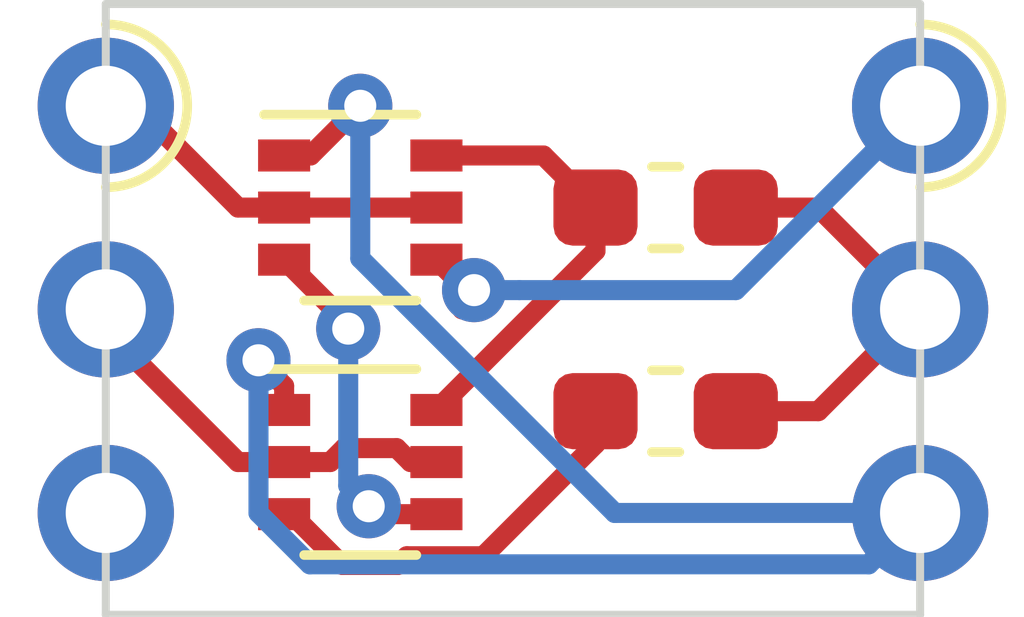
<source format=kicad_pcb>
(kicad_pcb (version 20171130) (host pcbnew 5.1.6)

  (general
    (thickness 1.6)
    (drawings 4)
    (tracks 57)
    (zones 0)
    (modules 6)
    (nets 10)
  )

  (page A4)
  (layers
    (0 F.Cu signal)
    (31 B.Cu signal)
    (32 B.Adhes user)
    (33 F.Adhes user)
    (34 B.Paste user)
    (35 F.Paste user)
    (36 B.SilkS user)
    (37 F.SilkS user)
    (38 B.Mask user)
    (39 F.Mask user)
    (40 Dwgs.User user)
    (41 Cmts.User user)
    (42 Eco1.User user)
    (43 Eco2.User user)
    (44 Edge.Cuts user)
    (45 Margin user)
    (46 B.CrtYd user)
    (47 F.CrtYd user)
    (48 B.Fab user)
    (49 F.Fab user hide)
  )

  (setup
    (last_trace_width 0.25)
    (user_trace_width 0.3)
    (trace_clearance 0.2)
    (zone_clearance 0.508)
    (zone_45_only no)
    (trace_min 0.2)
    (via_size 0.8)
    (via_drill 0.4)
    (via_min_size 0.4)
    (via_min_drill 0.3)
    (uvia_size 0.3)
    (uvia_drill 0.1)
    (uvias_allowed no)
    (uvia_min_size 0.2)
    (uvia_min_drill 0.1)
    (edge_width 0.05)
    (segment_width 0.2)
    (pcb_text_width 0.3)
    (pcb_text_size 1.5 1.5)
    (mod_edge_width 0.12)
    (mod_text_size 1 1)
    (mod_text_width 0.15)
    (pad_size 1.524 1.524)
    (pad_drill 0.762)
    (pad_to_mask_clearance 0.05)
    (aux_axis_origin 0 0)
    (visible_elements FFFFFF7F)
    (pcbplotparams
      (layerselection 0x010fc_ffffffff)
      (usegerberextensions false)
      (usegerberattributes true)
      (usegerberadvancedattributes true)
      (creategerberjobfile true)
      (excludeedgelayer true)
      (linewidth 0.100000)
      (plotframeref false)
      (viasonmask false)
      (mode 1)
      (useauxorigin false)
      (hpglpennumber 1)
      (hpglpenspeed 20)
      (hpglpendiameter 15.000000)
      (psnegative false)
      (psa4output false)
      (plotreference true)
      (plotvalue true)
      (plotinvisibletext false)
      (padsonsilk false)
      (subtractmaskfromsilk false)
      (outputformat 1)
      (mirror false)
      (drillshape 0)
      (scaleselection 1)
      (outputdirectory ""))
  )

  (net 0 "")
  (net 1 Vss)
  (net 2 Out)
  (net 3 B)
  (net 4 Vdd)
  (net 5 A)
  (net 6 "Net-(Q1-Pad3)")
  (net 7 "Net-(J1-Pad3)")
  (net 8 "Net-(Q1-Pad6)")
  (net 9 "Net-(Q2-Pad3)")

  (net_class Default "This is the default net class."
    (clearance 0.2)
    (trace_width 0.25)
    (via_dia 0.8)
    (via_drill 0.4)
    (uvia_dia 0.3)
    (uvia_drill 0.1)
    (add_net A)
    (add_net B)
    (add_net "Net-(J1-Pad3)")
    (add_net "Net-(Q1-Pad3)")
    (add_net "Net-(Q1-Pad6)")
    (add_net "Net-(Q2-Pad3)")
    (add_net Out)
    (add_net Vdd)
    (add_net Vss)
  )

  (module Resistor_SMD:R_0603_1608Metric_Pad1.05x0.95mm_HandSolder (layer F.Cu) (tedit 5B301BBD) (tstamp 5FF69AE2)
    (at 112.395 59.69 180)
    (descr "Resistor SMD 0603 (1608 Metric), square (rectangular) end terminal, IPC_7351 nominal with elongated pad for handsoldering. (Body size source: http://www.tortai-tech.com/upload/download/2011102023233369053.pdf), generated with kicad-footprint-generator")
    (tags "resistor handsolder")
    (path /5FF7AE9E)
    (attr smd)
    (fp_text reference R2 (at 0 -1.43) (layer F.SilkS) hide
      (effects (font (size 1 1) (thickness 0.15)))
    )
    (fp_text value 12k (at 0 1.43) (layer F.Fab)
      (effects (font (size 1 1) (thickness 0.15)))
    )
    (fp_line (start 1.65 0.73) (end -1.65 0.73) (layer F.CrtYd) (width 0.05))
    (fp_line (start 1.65 -0.73) (end 1.65 0.73) (layer F.CrtYd) (width 0.05))
    (fp_line (start -1.65 -0.73) (end 1.65 -0.73) (layer F.CrtYd) (width 0.05))
    (fp_line (start -1.65 0.73) (end -1.65 -0.73) (layer F.CrtYd) (width 0.05))
    (fp_line (start -0.171267 0.51) (end 0.171267 0.51) (layer F.SilkS) (width 0.12))
    (fp_line (start -0.171267 -0.51) (end 0.171267 -0.51) (layer F.SilkS) (width 0.12))
    (fp_line (start 0.8 0.4) (end -0.8 0.4) (layer F.Fab) (width 0.1))
    (fp_line (start 0.8 -0.4) (end 0.8 0.4) (layer F.Fab) (width 0.1))
    (fp_line (start -0.8 -0.4) (end 0.8 -0.4) (layer F.Fab) (width 0.1))
    (fp_line (start -0.8 0.4) (end -0.8 -0.4) (layer F.Fab) (width 0.1))
    (fp_text user %R (at 0 0) (layer F.Fab)
      (effects (font (size 0.4 0.4) (thickness 0.06)))
    )
    (pad 1 smd roundrect (at -0.875 0 180) (size 1.05 0.95) (layers F.Cu F.Paste F.Mask) (roundrect_rratio 0.25)
      (net 2 Out))
    (pad 2 smd roundrect (at 0.875 0 180) (size 1.05 0.95) (layers F.Cu F.Paste F.Mask) (roundrect_rratio 0.25)
      (net 8 "Net-(Q1-Pad6)"))
    (model ${KISYS3DMOD}/Resistor_SMD.3dshapes/R_0603_1608Metric.wrl
      (at (xyz 0 0 0))
      (scale (xyz 1 1 1))
      (rotate (xyz 0 0 0))
    )
  )

  (module Resistor_SMD:R_0603_1608Metric_Pad1.05x0.95mm_HandSolder (layer F.Cu) (tedit 5B301BBD) (tstamp 5FF69AD1)
    (at 112.395 62.23)
    (descr "Resistor SMD 0603 (1608 Metric), square (rectangular) end terminal, IPC_7351 nominal with elongated pad for handsoldering. (Body size source: http://www.tortai-tech.com/upload/download/2011102023233369053.pdf), generated with kicad-footprint-generator")
    (tags "resistor handsolder")
    (path /5FF7A92C)
    (attr smd)
    (fp_text reference R1 (at 0 -1.43) (layer F.SilkS) hide
      (effects (font (size 1 1) (thickness 0.15)))
    )
    (fp_text value 12k (at 0 1.43) (layer F.Fab)
      (effects (font (size 1 1) (thickness 0.15)))
    )
    (fp_line (start 1.65 0.73) (end -1.65 0.73) (layer F.CrtYd) (width 0.05))
    (fp_line (start 1.65 -0.73) (end 1.65 0.73) (layer F.CrtYd) (width 0.05))
    (fp_line (start -1.65 -0.73) (end 1.65 -0.73) (layer F.CrtYd) (width 0.05))
    (fp_line (start -1.65 0.73) (end -1.65 -0.73) (layer F.CrtYd) (width 0.05))
    (fp_line (start -0.171267 0.51) (end 0.171267 0.51) (layer F.SilkS) (width 0.12))
    (fp_line (start -0.171267 -0.51) (end 0.171267 -0.51) (layer F.SilkS) (width 0.12))
    (fp_line (start 0.8 0.4) (end -0.8 0.4) (layer F.Fab) (width 0.1))
    (fp_line (start 0.8 -0.4) (end 0.8 0.4) (layer F.Fab) (width 0.1))
    (fp_line (start -0.8 -0.4) (end 0.8 -0.4) (layer F.Fab) (width 0.1))
    (fp_line (start -0.8 0.4) (end -0.8 -0.4) (layer F.Fab) (width 0.1))
    (fp_text user %R (at 0 0) (layer F.Fab)
      (effects (font (size 0.4 0.4) (thickness 0.06)))
    )
    (pad 1 smd roundrect (at -0.875 0) (size 1.05 0.95) (layers F.Cu F.Paste F.Mask) (roundrect_rratio 0.25)
      (net 9 "Net-(Q2-Pad3)"))
    (pad 2 smd roundrect (at 0.875 0) (size 1.05 0.95) (layers F.Cu F.Paste F.Mask) (roundrect_rratio 0.25)
      (net 2 Out))
    (model ${KISYS3DMOD}/Resistor_SMD.3dshapes/R_0603_1608Metric.wrl
      (at (xyz 0 0 0))
      (scale (xyz 1 1 1))
      (rotate (xyz 0 0 0))
    )
  )

  (module Package_TO_SOT_SMD:SOT-363_SC-70-6 (layer F.Cu) (tedit 5A02FF57) (tstamp 5FF69AC0)
    (at 108.585 62.865)
    (descr "SOT-363, SC-70-6")
    (tags "SOT-363 SC-70-6")
    (path /5FF702D6)
    (attr smd)
    (fp_text reference Q2 (at 0 -2) (layer F.SilkS) hide
      (effects (font (size 1 1) (thickness 0.15)))
    )
    (fp_text value BSS8402DW (at 0 2 180) (layer F.Fab)
      (effects (font (size 1 1) (thickness 0.15)))
    )
    (fp_line (start -0.175 -1.1) (end -0.675 -0.6) (layer F.Fab) (width 0.1))
    (fp_line (start 0.675 1.1) (end -0.675 1.1) (layer F.Fab) (width 0.1))
    (fp_line (start 0.675 -1.1) (end 0.675 1.1) (layer F.Fab) (width 0.1))
    (fp_line (start -1.6 1.4) (end 1.6 1.4) (layer F.CrtYd) (width 0.05))
    (fp_line (start -0.675 -0.6) (end -0.675 1.1) (layer F.Fab) (width 0.1))
    (fp_line (start 0.675 -1.1) (end -0.175 -1.1) (layer F.Fab) (width 0.1))
    (fp_line (start -1.6 -1.4) (end 1.6 -1.4) (layer F.CrtYd) (width 0.05))
    (fp_line (start -1.6 -1.4) (end -1.6 1.4) (layer F.CrtYd) (width 0.05))
    (fp_line (start 1.6 1.4) (end 1.6 -1.4) (layer F.CrtYd) (width 0.05))
    (fp_line (start -0.7 1.16) (end 0.7 1.16) (layer F.SilkS) (width 0.12))
    (fp_line (start 0.7 -1.16) (end -1.2 -1.16) (layer F.SilkS) (width 0.12))
    (fp_text user %R (at 0 0 90) (layer F.Fab)
      (effects (font (size 0.5 0.5) (thickness 0.075)))
    )
    (pad 1 smd rect (at -0.95 -0.65) (size 0.65 0.4) (layers F.Cu F.Paste F.Mask)
      (net 1 Vss))
    (pad 3 smd rect (at -0.95 0.65) (size 0.65 0.4) (layers F.Cu F.Paste F.Mask)
      (net 9 "Net-(Q2-Pad3)"))
    (pad 5 smd rect (at 0.95 0) (size 0.65 0.4) (layers F.Cu F.Paste F.Mask)
      (net 3 B))
    (pad 2 smd rect (at -0.95 0) (size 0.65 0.4) (layers F.Cu F.Paste F.Mask)
      (net 3 B))
    (pad 4 smd rect (at 0.95 0.65) (size 0.65 0.4) (layers F.Cu F.Paste F.Mask)
      (net 6 "Net-(Q1-Pad3)"))
    (pad 6 smd rect (at 0.95 -0.65) (size 0.65 0.4) (layers F.Cu F.Paste F.Mask)
      (net 8 "Net-(Q1-Pad6)"))
    (model ${KISYS3DMOD}/Package_TO_SOT_SMD.3dshapes/SOT-363_SC-70-6.wrl
      (at (xyz 0 0 0))
      (scale (xyz 1 1 1))
      (rotate (xyz 0 0 0))
    )
  )

  (module Package_TO_SOT_SMD:SOT-363_SC-70-6 (layer F.Cu) (tedit 5A02FF57) (tstamp 5FF69AAA)
    (at 108.585 59.69)
    (descr "SOT-363, SC-70-6")
    (tags "SOT-363 SC-70-6")
    (path /5FF69E80)
    (attr smd)
    (fp_text reference Q1 (at 0 -2) (layer F.SilkS) hide
      (effects (font (size 1 1) (thickness 0.15)))
    )
    (fp_text value BSS8402DW (at 0 2 180) (layer F.Fab)
      (effects (font (size 1 1) (thickness 0.15)))
    )
    (fp_line (start -0.175 -1.1) (end -0.675 -0.6) (layer F.Fab) (width 0.1))
    (fp_line (start 0.675 1.1) (end -0.675 1.1) (layer F.Fab) (width 0.1))
    (fp_line (start 0.675 -1.1) (end 0.675 1.1) (layer F.Fab) (width 0.1))
    (fp_line (start -1.6 1.4) (end 1.6 1.4) (layer F.CrtYd) (width 0.05))
    (fp_line (start -0.675 -0.6) (end -0.675 1.1) (layer F.Fab) (width 0.1))
    (fp_line (start 0.675 -1.1) (end -0.175 -1.1) (layer F.Fab) (width 0.1))
    (fp_line (start -1.6 -1.4) (end 1.6 -1.4) (layer F.CrtYd) (width 0.05))
    (fp_line (start -1.6 -1.4) (end -1.6 1.4) (layer F.CrtYd) (width 0.05))
    (fp_line (start 1.6 1.4) (end 1.6 -1.4) (layer F.CrtYd) (width 0.05))
    (fp_line (start -0.7 1.16) (end 0.7 1.16) (layer F.SilkS) (width 0.12))
    (fp_line (start 0.7 -1.16) (end -1.2 -1.16) (layer F.SilkS) (width 0.12))
    (fp_text user %R (at 0 0 90) (layer F.Fab)
      (effects (font (size 0.5 0.5) (thickness 0.075)))
    )
    (pad 1 smd rect (at -0.95 -0.65) (size 0.65 0.4) (layers F.Cu F.Paste F.Mask)
      (net 1 Vss))
    (pad 3 smd rect (at -0.95 0.65) (size 0.65 0.4) (layers F.Cu F.Paste F.Mask)
      (net 6 "Net-(Q1-Pad3)"))
    (pad 5 smd rect (at 0.95 0) (size 0.65 0.4) (layers F.Cu F.Paste F.Mask)
      (net 5 A))
    (pad 2 smd rect (at -0.95 0) (size 0.65 0.4) (layers F.Cu F.Paste F.Mask)
      (net 5 A))
    (pad 4 smd rect (at 0.95 0.65) (size 0.65 0.4) (layers F.Cu F.Paste F.Mask)
      (net 4 Vdd))
    (pad 6 smd rect (at 0.95 -0.65) (size 0.65 0.4) (layers F.Cu F.Paste F.Mask)
      (net 8 "Net-(Q1-Pad6)"))
    (model ${KISYS3DMOD}/Package_TO_SOT_SMD.3dshapes/SOT-363_SC-70-6.wrl
      (at (xyz 0 0 0))
      (scale (xyz 1 1 1))
      (rotate (xyz 0 0 0))
    )
  )

  (module Castellation:Edge_Castellation_1x03_P2.54 (layer F.Cu) (tedit 5FED63D6) (tstamp 5FF69A94)
    (at 115.57 58.42)
    (descr "Edge Castellation, 1x03, 2.54mm pitch, single row")
    (tags "Castellation Edge 1x03 2.54mm single row")
    (path /5FE25C8C)
    (fp_text reference J2 (at 0 -2.54) (layer F.SilkS) hide
      (effects (font (size 1 1) (thickness 0.15)))
    )
    (fp_text value Conn_01x03 (at 0 7.85) (layer F.Fab)
      (effects (font (size 1 1) (thickness 0.15)))
    )
    (fp_line (start -1.27 6.35) (end -1.27 -1.27) (layer F.Fab) (width 0.1))
    (fp_line (start 1.27 6.35) (end -1.27 6.35) (layer F.Fab) (width 0.1))
    (fp_line (start 1.27 -0.635) (end 1.27 6.35) (layer F.Fab) (width 0.1))
    (fp_line (start 0.635 -1.27) (end 1.27 -0.635) (layer F.Fab) (width 0.1))
    (fp_line (start -1.27 -1.27) (end 0.635 -1.27) (layer F.Fab) (width 0.1))
    (fp_arc (start 0 0) (end 0 1.016) (angle -180) (layer F.SilkS) (width 0.12))
    (fp_text user %R (at 0 2.54 90) (layer F.Fab)
      (effects (font (size 1 1) (thickness 0.15)))
    )
    (pad 3 thru_hole oval (at 0 5.08) (size 1.7 1.7) (drill 1) (layers *.Cu *.Mask)
      (net 1 Vss))
    (pad 2 thru_hole oval (at 0 2.54) (size 1.7 1.7) (drill 1) (layers *.Cu *.Mask)
      (net 2 Out))
    (pad 1 thru_hole oval (at 0 0) (size 1.7 1.7) (drill 1) (layers *.Cu *.Mask)
      (net 4 Vdd))
  )

  (module Castellation:Edge_Castellation_1x03_P2.54 (layer F.Cu) (tedit 5FED63D6) (tstamp 5FF69A86)
    (at 105.41 58.42)
    (descr "Edge Castellation, 1x03, 2.54mm pitch, single row")
    (tags "Castellation Edge 1x03 2.54mm single row")
    (path /5FE24834)
    (fp_text reference J1 (at 0 -2.54) (layer F.SilkS) hide
      (effects (font (size 1 1) (thickness 0.15)))
    )
    (fp_text value Conn_01x03 (at 0 7.85) (layer F.Fab)
      (effects (font (size 1 1) (thickness 0.15)))
    )
    (fp_line (start -1.27 6.35) (end -1.27 -1.27) (layer F.Fab) (width 0.1))
    (fp_line (start 1.27 6.35) (end -1.27 6.35) (layer F.Fab) (width 0.1))
    (fp_line (start 1.27 -0.635) (end 1.27 6.35) (layer F.Fab) (width 0.1))
    (fp_line (start 0.635 -1.27) (end 1.27 -0.635) (layer F.Fab) (width 0.1))
    (fp_line (start -1.27 -1.27) (end 0.635 -1.27) (layer F.Fab) (width 0.1))
    (fp_arc (start 0 0) (end 0 1.016) (angle -180) (layer F.SilkS) (width 0.12))
    (fp_text user %R (at 0 2.54 90) (layer F.Fab)
      (effects (font (size 1 1) (thickness 0.15)))
    )
    (pad 3 thru_hole oval (at 0 5.08) (size 1.7 1.7) (drill 1) (layers *.Cu *.Mask)
      (net 7 "Net-(J1-Pad3)"))
    (pad 2 thru_hole oval (at 0 2.54) (size 1.7 1.7) (drill 1) (layers *.Cu *.Mask)
      (net 3 B))
    (pad 1 thru_hole oval (at 0 0) (size 1.7 1.7) (drill 1) (layers *.Cu *.Mask)
      (net 5 A))
  )

  (gr_line (start 115.57 57.15) (end 115.57 64.77) (layer Edge.Cuts) (width 0.1))
  (gr_line (start 105.41 57.15) (end 115.57 57.15) (layer Edge.Cuts) (width 0.1))
  (gr_line (start 105.41 64.77) (end 105.41 57.15) (layer Edge.Cuts) (width 0.1))
  (gr_line (start 115.57 64.77) (end 105.41 64.77) (layer Edge.Cuts) (width 0.1))

  (segment (start 107.635 59.04) (end 107.965 59.04) (width 0.25) (layer F.Cu) (net 1))
  (segment (start 107.965 59.04) (end 108.585 58.42) (width 0.25) (layer F.Cu) (net 1))
  (segment (start 107.635 62.215) (end 107.635 61.915) (width 0.25) (layer F.Cu) (net 1))
  (segment (start 107.635 61.915) (end 107.315 61.595) (width 0.25) (layer F.Cu) (net 1))
  (segment (start 108.585 58.42) (end 108.585 58.42) (width 0.25) (layer F.Cu) (net 1) (tstamp 5FF6B049))
  (via (at 108.585 58.42) (size 0.8) (drill 0.4) (layers F.Cu B.Cu) (net 1))
  (segment (start 107.315 61.595) (end 107.315 61.595) (width 0.25) (layer F.Cu) (net 1) (tstamp 5FF6B04B))
  (via (at 107.315 61.595) (size 0.8) (drill 0.4) (layers F.Cu B.Cu) (net 1))
  (segment (start 108.585 58.42) (end 108.585 60.325) (width 0.25) (layer B.Cu) (net 1))
  (segment (start 111.76 63.5) (end 115.19499 63.5) (width 0.25) (layer B.Cu) (net 1))
  (segment (start 108.585 60.325) (end 111.76 63.5) (width 0.25) (layer B.Cu) (net 1))
  (segment (start 107.315 61.595) (end 107.315 63.5) (width 0.25) (layer B.Cu) (net 1))
  (segment (start 107.315 63.5) (end 107.956044 64.141044) (width 0.25) (layer B.Cu) (net 1))
  (segment (start 114.928956 64.141044) (end 115.19499 63.87501) (width 0.25) (layer B.Cu) (net 1))
  (segment (start 107.956044 64.141044) (end 114.928956 64.141044) (width 0.25) (layer B.Cu) (net 1))
  (segment (start 114.3 62.23) (end 115.19499 61.33501) (width 0.25) (layer F.Cu) (net 2))
  (segment (start 113.27 62.23) (end 114.3 62.23) (width 0.25) (layer F.Cu) (net 2))
  (segment (start 114.3 59.69) (end 115.19499 60.58499) (width 0.25) (layer F.Cu) (net 2))
  (segment (start 113.27 59.69) (end 114.3 59.69) (width 0.25) (layer F.Cu) (net 2))
  (segment (start 107.06 62.865) (end 105.78501 61.59001) (width 0.25) (layer F.Cu) (net 3))
  (segment (start 107.635 62.865) (end 107.06 62.865) (width 0.25) (layer F.Cu) (net 3))
  (segment (start 109.038413 62.691033) (end 108.383967 62.691033) (width 0.25) (layer F.Cu) (net 3))
  (segment (start 109.535 62.865) (end 109.21238 62.865) (width 0.25) (layer F.Cu) (net 3))
  (segment (start 108.21 62.865) (end 107.635 62.865) (width 0.25) (layer F.Cu) (net 3))
  (segment (start 108.383967 62.691033) (end 108.21 62.865) (width 0.25) (layer F.Cu) (net 3))
  (segment (start 109.21238 62.865) (end 109.038413 62.691033) (width 0.25) (layer F.Cu) (net 3))
  (segment (start 109.855 60.96) (end 109.855 60.96) (width 0.25) (layer F.Cu) (net 4) (tstamp 5FF6B02B))
  (via (at 110.005 60.71968) (size 0.8) (drill 0.4) (layers F.Cu B.Cu) (net 4))
  (segment (start 109.535 60.34) (end 109.91468 60.71968) (width 0.25) (layer F.Cu) (net 4))
  (segment (start 115.19499 58.79501) (end 113.27032 60.71968) (width 0.25) (layer B.Cu) (net 4))
  (segment (start 113.27032 60.71968) (end 110.570685 60.71968) (width 0.25) (layer B.Cu) (net 4))
  (segment (start 110.570685 60.71968) (end 110.005 60.71968) (width 0.25) (layer B.Cu) (net 4))
  (segment (start 109.91468 60.71968) (end 110.005 60.71968) (width 0.25) (layer F.Cu) (net 4))
  (segment (start 109.535 59.69) (end 107.635 59.69) (width 0.25) (layer F.Cu) (net 5))
  (segment (start 107.635 59.69) (end 107.06 59.69) (width 0.25) (layer F.Cu) (net 5))
  (segment (start 105.79 58.42) (end 105.78501 58.42) (width 0.25) (layer F.Cu) (net 5))
  (segment (start 107.06 59.69) (end 105.79 58.42) (width 0.25) (layer F.Cu) (net 5))
  (segment (start 108.585 60.96) (end 108.585 60.96) (width 0.25) (layer F.Cu) (net 6) (tstamp 5FF6AFD5))
  (via (at 108.434845 61.200165) (size 0.8) (drill 0.4) (layers F.Cu B.Cu) (net 6))
  (segment (start 108.434845 61.139845) (end 108.434845 61.200165) (width 0.25) (layer F.Cu) (net 6))
  (segment (start 107.635 60.34) (end 108.434845 61.139845) (width 0.25) (layer F.Cu) (net 6))
  (segment (start 108.434845 63.160467) (end 108.690412 63.416034) (width 0.25) (layer B.Cu) (net 6))
  (segment (start 108.434845 61.200165) (end 108.434845 63.160467) (width 0.25) (layer B.Cu) (net 6))
  (segment (start 109.535 63.515) (end 108.789378 63.515) (width 0.25) (layer F.Cu) (net 6))
  (segment (start 108.789378 63.515) (end 108.690412 63.416034) (width 0.25) (layer F.Cu) (net 6))
  (via (at 108.690412 63.416034) (size 0.8) (drill 0.4) (layers F.Cu B.Cu) (net 6))
  (segment (start 110.87 59.04) (end 111.52 59.69) (width 0.25) (layer F.Cu) (net 8))
  (segment (start 109.535 59.04) (end 110.87 59.04) (width 0.25) (layer F.Cu) (net 8))
  (segment (start 111.52 60.23) (end 109.535 62.215) (width 0.25) (layer F.Cu) (net 8))
  (segment (start 111.52 59.69) (end 111.52 60.23) (width 0.25) (layer F.Cu) (net 8))
  (segment (start 111.52 62.640002) (end 111.52 62.23) (width 0.25) (layer F.Cu) (net 9))
  (segment (start 110.120001 64.040001) (end 111.52 62.640002) (width 0.25) (layer F.Cu) (net 9))
  (segment (start 107.635 63.515) (end 107.727218 63.515) (width 0.25) (layer F.Cu) (net 9))
  (segment (start 109.057007 64.148787) (end 109.165793 64.040001) (width 0.25) (layer F.Cu) (net 9))
  (segment (start 107.727218 63.515) (end 108.361005 64.148787) (width 0.25) (layer F.Cu) (net 9))
  (segment (start 108.361005 64.148787) (end 109.057007 64.148787) (width 0.25) (layer F.Cu) (net 9))
  (segment (start 109.165793 64.040001) (end 110.120001 64.040001) (width 0.25) (layer F.Cu) (net 9))

)

</source>
